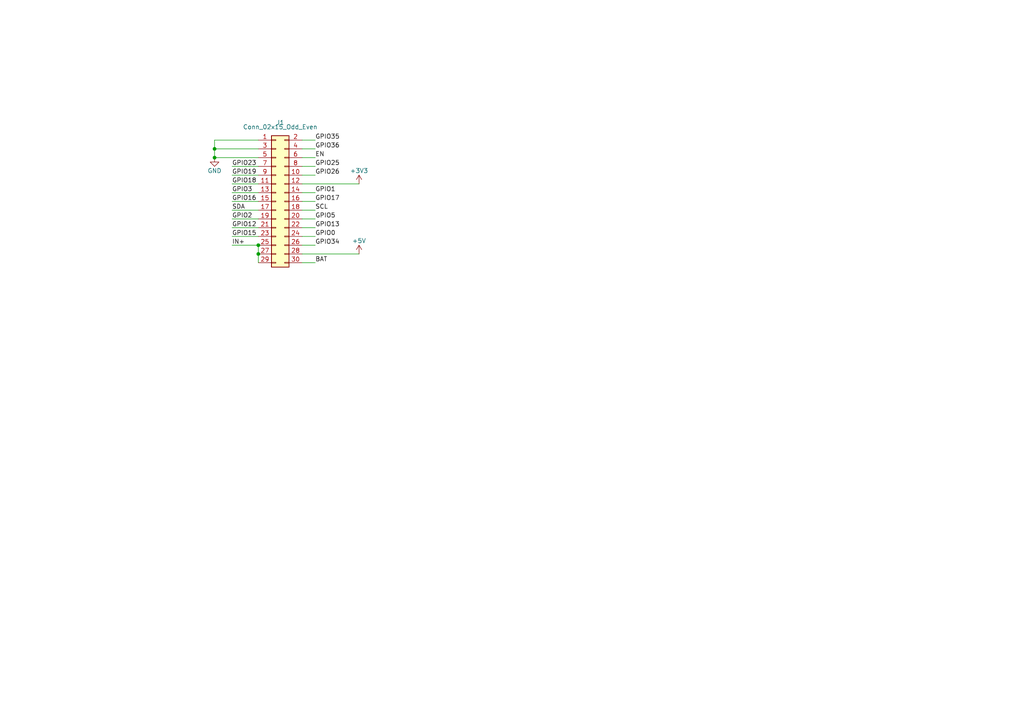
<source format=kicad_sch>
(kicad_sch (version 20220104) (generator eeschema)

  (uuid e63e39d7-6ac0-4ffd-8aa3-1841a4541b55)

  (paper "A4")

  (lib_symbols
    (symbol "Connector_Generic:Conn_02x15_Odd_Even" (pin_names (offset 1.016) hide) (in_bom yes) (on_board yes)
      (property "Reference" "J" (id 0) (at 1.27 20.32 0)
        (effects (font (size 1.27 1.27)))
      )
      (property "Value" "Conn_02x15_Odd_Even" (id 1) (at 1.27 -20.32 0)
        (effects (font (size 1.27 1.27)))
      )
      (property "Footprint" "" (id 2) (at 0 0 0)
        (effects (font (size 1.27 1.27)) hide)
      )
      (property "Datasheet" "~" (id 3) (at 0 0 0)
        (effects (font (size 1.27 1.27)) hide)
      )
      (property "ki_keywords" "connector" (id 4) (at 0 0 0)
        (effects (font (size 1.27 1.27)) hide)
      )
      (property "ki_description" "Generic connector, double row, 02x15, odd/even pin numbering scheme (row 1 odd numbers, row 2 even numbers), script generated (kicad-library-utils/schlib/autogen/connector/)" (id 5) (at 0 0 0)
        (effects (font (size 1.27 1.27)) hide)
      )
      (property "ki_fp_filters" "Connector*:*_2x??_*" (id 6) (at 0 0 0)
        (effects (font (size 1.27 1.27)) hide)
      )
      (symbol "Conn_02x15_Odd_Even_1_1"
        (rectangle (start -1.27 -17.653) (end 0 -17.907)
          (stroke (width 0.1524) (type default))
          (fill (type none))
        )
        (rectangle (start -1.27 -15.113) (end 0 -15.367)
          (stroke (width 0.1524) (type default))
          (fill (type none))
        )
        (rectangle (start -1.27 -12.573) (end 0 -12.827)
          (stroke (width 0.1524) (type default))
          (fill (type none))
        )
        (rectangle (start -1.27 -10.033) (end 0 -10.287)
          (stroke (width 0.1524) (type default))
          (fill (type none))
        )
        (rectangle (start -1.27 -7.493) (end 0 -7.747)
          (stroke (width 0.1524) (type default))
          (fill (type none))
        )
        (rectangle (start -1.27 -4.953) (end 0 -5.207)
          (stroke (width 0.1524) (type default))
          (fill (type none))
        )
        (rectangle (start -1.27 -2.413) (end 0 -2.667)
          (stroke (width 0.1524) (type default))
          (fill (type none))
        )
        (rectangle (start -1.27 0.127) (end 0 -0.127)
          (stroke (width 0.1524) (type default))
          (fill (type none))
        )
        (rectangle (start -1.27 2.667) (end 0 2.413)
          (stroke (width 0.1524) (type default))
          (fill (type none))
        )
        (rectangle (start -1.27 5.207) (end 0 4.953)
          (stroke (width 0.1524) (type default))
          (fill (type none))
        )
        (rectangle (start -1.27 7.747) (end 0 7.493)
          (stroke (width 0.1524) (type default))
          (fill (type none))
        )
        (rectangle (start -1.27 10.287) (end 0 10.033)
          (stroke (width 0.1524) (type default))
          (fill (type none))
        )
        (rectangle (start -1.27 12.827) (end 0 12.573)
          (stroke (width 0.1524) (type default))
          (fill (type none))
        )
        (rectangle (start -1.27 15.367) (end 0 15.113)
          (stroke (width 0.1524) (type default))
          (fill (type none))
        )
        (rectangle (start -1.27 17.907) (end 0 17.653)
          (stroke (width 0.1524) (type default))
          (fill (type none))
        )
        (rectangle (start -1.27 19.05) (end 3.81 -19.05)
          (stroke (width 0.254) (type default))
          (fill (type background))
        )
        (rectangle (start 3.81 -17.653) (end 2.54 -17.907)
          (stroke (width 0.1524) (type default))
          (fill (type none))
        )
        (rectangle (start 3.81 -15.113) (end 2.54 -15.367)
          (stroke (width 0.1524) (type default))
          (fill (type none))
        )
        (rectangle (start 3.81 -12.573) (end 2.54 -12.827)
          (stroke (width 0.1524) (type default))
          (fill (type none))
        )
        (rectangle (start 3.81 -10.033) (end 2.54 -10.287)
          (stroke (width 0.1524) (type default))
          (fill (type none))
        )
        (rectangle (start 3.81 -7.493) (end 2.54 -7.747)
          (stroke (width 0.1524) (type default))
          (fill (type none))
        )
        (rectangle (start 3.81 -4.953) (end 2.54 -5.207)
          (stroke (width 0.1524) (type default))
          (fill (type none))
        )
        (rectangle (start 3.81 -2.413) (end 2.54 -2.667)
          (stroke (width 0.1524) (type default))
          (fill (type none))
        )
        (rectangle (start 3.81 0.127) (end 2.54 -0.127)
          (stroke (width 0.1524) (type default))
          (fill (type none))
        )
        (rectangle (start 3.81 2.667) (end 2.54 2.413)
          (stroke (width 0.1524) (type default))
          (fill (type none))
        )
        (rectangle (start 3.81 5.207) (end 2.54 4.953)
          (stroke (width 0.1524) (type default))
          (fill (type none))
        )
        (rectangle (start 3.81 7.747) (end 2.54 7.493)
          (stroke (width 0.1524) (type default))
          (fill (type none))
        )
        (rectangle (start 3.81 10.287) (end 2.54 10.033)
          (stroke (width 0.1524) (type default))
          (fill (type none))
        )
        (rectangle (start 3.81 12.827) (end 2.54 12.573)
          (stroke (width 0.1524) (type default))
          (fill (type none))
        )
        (rectangle (start 3.81 15.367) (end 2.54 15.113)
          (stroke (width 0.1524) (type default))
          (fill (type none))
        )
        (rectangle (start 3.81 17.907) (end 2.54 17.653)
          (stroke (width 0.1524) (type default))
          (fill (type none))
        )
        (pin passive line (at -5.08 17.78 0) (length 3.81)
          (name "Pin_1" (effects (font (size 1.27 1.27))))
          (number "1" (effects (font (size 1.27 1.27))))
        )
        (pin passive line (at 7.62 7.62 180) (length 3.81)
          (name "Pin_10" (effects (font (size 1.27 1.27))))
          (number "10" (effects (font (size 1.27 1.27))))
        )
        (pin passive line (at -5.08 5.08 0) (length 3.81)
          (name "Pin_11" (effects (font (size 1.27 1.27))))
          (number "11" (effects (font (size 1.27 1.27))))
        )
        (pin passive line (at 7.62 5.08 180) (length 3.81)
          (name "Pin_12" (effects (font (size 1.27 1.27))))
          (number "12" (effects (font (size 1.27 1.27))))
        )
        (pin passive line (at -5.08 2.54 0) (length 3.81)
          (name "Pin_13" (effects (font (size 1.27 1.27))))
          (number "13" (effects (font (size 1.27 1.27))))
        )
        (pin passive line (at 7.62 2.54 180) (length 3.81)
          (name "Pin_14" (effects (font (size 1.27 1.27))))
          (number "14" (effects (font (size 1.27 1.27))))
        )
        (pin passive line (at -5.08 0 0) (length 3.81)
          (name "Pin_15" (effects (font (size 1.27 1.27))))
          (number "15" (effects (font (size 1.27 1.27))))
        )
        (pin passive line (at 7.62 0 180) (length 3.81)
          (name "Pin_16" (effects (font (size 1.27 1.27))))
          (number "16" (effects (font (size 1.27 1.27))))
        )
        (pin passive line (at -5.08 -2.54 0) (length 3.81)
          (name "Pin_17" (effects (font (size 1.27 1.27))))
          (number "17" (effects (font (size 1.27 1.27))))
        )
        (pin passive line (at 7.62 -2.54 180) (length 3.81)
          (name "Pin_18" (effects (font (size 1.27 1.27))))
          (number "18" (effects (font (size 1.27 1.27))))
        )
        (pin passive line (at -5.08 -5.08 0) (length 3.81)
          (name "Pin_19" (effects (font (size 1.27 1.27))))
          (number "19" (effects (font (size 1.27 1.27))))
        )
        (pin passive line (at 7.62 17.78 180) (length 3.81)
          (name "Pin_2" (effects (font (size 1.27 1.27))))
          (number "2" (effects (font (size 1.27 1.27))))
        )
        (pin passive line (at 7.62 -5.08 180) (length 3.81)
          (name "Pin_20" (effects (font (size 1.27 1.27))))
          (number "20" (effects (font (size 1.27 1.27))))
        )
        (pin passive line (at -5.08 -7.62 0) (length 3.81)
          (name "Pin_21" (effects (font (size 1.27 1.27))))
          (number "21" (effects (font (size 1.27 1.27))))
        )
        (pin passive line (at 7.62 -7.62 180) (length 3.81)
          (name "Pin_22" (effects (font (size 1.27 1.27))))
          (number "22" (effects (font (size 1.27 1.27))))
        )
        (pin passive line (at -5.08 -10.16 0) (length 3.81)
          (name "Pin_23" (effects (font (size 1.27 1.27))))
          (number "23" (effects (font (size 1.27 1.27))))
        )
        (pin passive line (at 7.62 -10.16 180) (length 3.81)
          (name "Pin_24" (effects (font (size 1.27 1.27))))
          (number "24" (effects (font (size 1.27 1.27))))
        )
        (pin passive line (at -5.08 -12.7 0) (length 3.81)
          (name "Pin_25" (effects (font (size 1.27 1.27))))
          (number "25" (effects (font (size 1.27 1.27))))
        )
        (pin passive line (at 7.62 -12.7 180) (length 3.81)
          (name "Pin_26" (effects (font (size 1.27 1.27))))
          (number "26" (effects (font (size 1.27 1.27))))
        )
        (pin passive line (at -5.08 -15.24 0) (length 3.81)
          (name "Pin_27" (effects (font (size 1.27 1.27))))
          (number "27" (effects (font (size 1.27 1.27))))
        )
        (pin passive line (at 7.62 -15.24 180) (length 3.81)
          (name "Pin_28" (effects (font (size 1.27 1.27))))
          (number "28" (effects (font (size 1.27 1.27))))
        )
        (pin passive line (at -5.08 -17.78 0) (length 3.81)
          (name "Pin_29" (effects (font (size 1.27 1.27))))
          (number "29" (effects (font (size 1.27 1.27))))
        )
        (pin passive line (at -5.08 15.24 0) (length 3.81)
          (name "Pin_3" (effects (font (size 1.27 1.27))))
          (number "3" (effects (font (size 1.27 1.27))))
        )
        (pin passive line (at 7.62 -17.78 180) (length 3.81)
          (name "Pin_30" (effects (font (size 1.27 1.27))))
          (number "30" (effects (font (size 1.27 1.27))))
        )
        (pin passive line (at 7.62 15.24 180) (length 3.81)
          (name "Pin_4" (effects (font (size 1.27 1.27))))
          (number "4" (effects (font (size 1.27 1.27))))
        )
        (pin passive line (at -5.08 12.7 0) (length 3.81)
          (name "Pin_5" (effects (font (size 1.27 1.27))))
          (number "5" (effects (font (size 1.27 1.27))))
        )
        (pin passive line (at 7.62 12.7 180) (length 3.81)
          (name "Pin_6" (effects (font (size 1.27 1.27))))
          (number "6" (effects (font (size 1.27 1.27))))
        )
        (pin passive line (at -5.08 10.16 0) (length 3.81)
          (name "Pin_7" (effects (font (size 1.27 1.27))))
          (number "7" (effects (font (size 1.27 1.27))))
        )
        (pin passive line (at 7.62 10.16 180) (length 3.81)
          (name "Pin_8" (effects (font (size 1.27 1.27))))
          (number "8" (effects (font (size 1.27 1.27))))
        )
        (pin passive line (at -5.08 7.62 0) (length 3.81)
          (name "Pin_9" (effects (font (size 1.27 1.27))))
          (number "9" (effects (font (size 1.27 1.27))))
        )
      )
    )
    (symbol "power:+3.3V" (power) (pin_names (offset 0)) (in_bom yes) (on_board yes)
      (property "Reference" "#PWR" (id 0) (at 0 -3.81 0)
        (effects (font (size 1.27 1.27)) hide)
      )
      (property "Value" "+3.3V" (id 1) (at 0 3.556 0)
        (effects (font (size 1.27 1.27)))
      )
      (property "Footprint" "" (id 2) (at 0 0 0)
        (effects (font (size 1.27 1.27)) hide)
      )
      (property "Datasheet" "" (id 3) (at 0 0 0)
        (effects (font (size 1.27 1.27)) hide)
      )
      (property "ki_keywords" "power-flag" (id 4) (at 0 0 0)
        (effects (font (size 1.27 1.27)) hide)
      )
      (property "ki_description" "Power symbol creates a global label with name \"+3.3V\"" (id 5) (at 0 0 0)
        (effects (font (size 1.27 1.27)) hide)
      )
      (symbol "+3.3V_0_1"
        (polyline
          (pts
            (xy -0.762 1.27)
            (xy 0 2.54)
          )
          (stroke (width 0) (type default))
          (fill (type none))
        )
        (polyline
          (pts
            (xy 0 0)
            (xy 0 2.54)
          )
          (stroke (width 0) (type default))
          (fill (type none))
        )
        (polyline
          (pts
            (xy 0 2.54)
            (xy 0.762 1.27)
          )
          (stroke (width 0) (type default))
          (fill (type none))
        )
      )
      (symbol "+3.3V_1_1"
        (pin power_in line (at 0 0 90) (length 0) hide
          (name "+3V3" (effects (font (size 1.27 1.27))))
          (number "1" (effects (font (size 1.27 1.27))))
        )
      )
    )
    (symbol "power:+5V" (power) (pin_names (offset 0)) (in_bom yes) (on_board yes)
      (property "Reference" "#PWR" (id 0) (at 0 -3.81 0)
        (effects (font (size 1.27 1.27)) hide)
      )
      (property "Value" "+5V" (id 1) (at 0 3.556 0)
        (effects (font (size 1.27 1.27)))
      )
      (property "Footprint" "" (id 2) (at 0 0 0)
        (effects (font (size 1.27 1.27)) hide)
      )
      (property "Datasheet" "" (id 3) (at 0 0 0)
        (effects (font (size 1.27 1.27)) hide)
      )
      (property "ki_keywords" "power-flag" (id 4) (at 0 0 0)
        (effects (font (size 1.27 1.27)) hide)
      )
      (property "ki_description" "Power symbol creates a global label with name \"+5V\"" (id 5) (at 0 0 0)
        (effects (font (size 1.27 1.27)) hide)
      )
      (symbol "+5V_0_1"
        (polyline
          (pts
            (xy -0.762 1.27)
            (xy 0 2.54)
          )
          (stroke (width 0) (type default))
          (fill (type none))
        )
        (polyline
          (pts
            (xy 0 0)
            (xy 0 2.54)
          )
          (stroke (width 0) (type default))
          (fill (type none))
        )
        (polyline
          (pts
            (xy 0 2.54)
            (xy 0.762 1.27)
          )
          (stroke (width 0) (type default))
          (fill (type none))
        )
      )
      (symbol "+5V_1_1"
        (pin power_in line (at 0 0 90) (length 0) hide
          (name "+5V" (effects (font (size 1.27 1.27))))
          (number "1" (effects (font (size 1.27 1.27))))
        )
      )
    )
    (symbol "power:GND" (power) (pin_names (offset 0)) (in_bom yes) (on_board yes)
      (property "Reference" "#PWR" (id 0) (at 0 -6.35 0)
        (effects (font (size 1.27 1.27)) hide)
      )
      (property "Value" "GND" (id 1) (at 0 -3.81 0)
        (effects (font (size 1.27 1.27)))
      )
      (property "Footprint" "" (id 2) (at 0 0 0)
        (effects (font (size 1.27 1.27)) hide)
      )
      (property "Datasheet" "" (id 3) (at 0 0 0)
        (effects (font (size 1.27 1.27)) hide)
      )
      (property "ki_keywords" "power-flag" (id 4) (at 0 0 0)
        (effects (font (size 1.27 1.27)) hide)
      )
      (property "ki_description" "Power symbol creates a global label with name \"GND\" , ground" (id 5) (at 0 0 0)
        (effects (font (size 1.27 1.27)) hide)
      )
      (symbol "GND_0_1"
        (polyline
          (pts
            (xy 0 0)
            (xy 0 -1.27)
            (xy 1.27 -1.27)
            (xy 0 -2.54)
            (xy -1.27 -1.27)
            (xy 0 -1.27)
          )
          (stroke (width 0) (type default))
          (fill (type none))
        )
      )
      (symbol "GND_1_1"
        (pin power_in line (at 0 0 270) (length 0) hide
          (name "GND" (effects (font (size 1.27 1.27))))
          (number "1" (effects (font (size 1.27 1.27))))
        )
      )
    )
  )

  (junction (at 62.23 43.18) (diameter 0) (color 0 0 0 0)
    (uuid 9b840cbe-77e4-4b78-ac46-fdc7d5ef8902)
  )
  (junction (at 74.93 73.66) (diameter 0) (color 0 0 0 0)
    (uuid c12b9fcd-80eb-4449-ad1a-0d8b2775b4e3)
  )
  (junction (at 74.93 71.12) (diameter 0) (color 0 0 0 0)
    (uuid de09b333-3da2-4efe-aa34-d1d134ca22f6)
  )
  (junction (at 62.23 45.72) (diameter 0) (color 0 0 0 0)
    (uuid f66a9373-d8f8-4f78-8139-6ac9f3f78762)
  )

  (wire (pts (xy 87.63 68.58) (xy 91.44 68.58))
    (stroke (width 0) (type default))
    (uuid 11dba609-b104-47e9-8d9d-bde5dd1f0468)
  )
  (wire (pts (xy 87.63 55.88) (xy 91.44 55.88))
    (stroke (width 0) (type default))
    (uuid 180fa318-31ee-4a77-af0a-4ce31f328e0a)
  )
  (wire (pts (xy 87.63 40.64) (xy 91.44 40.64))
    (stroke (width 0) (type default))
    (uuid 3606ed45-f53e-44f4-8da5-d475f1b54eff)
  )
  (wire (pts (xy 62.23 40.64) (xy 62.23 43.18))
    (stroke (width 0) (type default))
    (uuid 375e793b-0d69-403b-ae3c-3d5caaf1f7a0)
  )
  (wire (pts (xy 87.63 45.72) (xy 91.44 45.72))
    (stroke (width 0) (type default))
    (uuid 3ba1c0d2-efdf-4bd3-9c96-98d94bdd18d0)
  )
  (wire (pts (xy 87.63 76.2) (xy 91.44 76.2))
    (stroke (width 0) (type default))
    (uuid 5558991a-c656-417b-9f97-cb9c920294e6)
  )
  (wire (pts (xy 74.93 40.64) (xy 62.23 40.64))
    (stroke (width 0) (type default))
    (uuid 7bc3289d-4fc2-4507-9e9f-c73a1995ec06)
  )
  (wire (pts (xy 74.93 71.12) (xy 74.93 73.66))
    (stroke (width 0) (type default))
    (uuid 9056521e-b244-469a-ba8b-9e1553523fc6)
  )
  (wire (pts (xy 67.31 58.42) (xy 74.93 58.42))
    (stroke (width 0) (type default))
    (uuid 928ff6bd-3fd5-41bd-82b4-dd5070435e48)
  )
  (wire (pts (xy 67.31 53.34) (xy 74.93 53.34))
    (stroke (width 0) (type default))
    (uuid 94303b63-1153-4f71-8085-46f30d459f0c)
  )
  (wire (pts (xy 67.31 50.8) (xy 74.93 50.8))
    (stroke (width 0) (type default))
    (uuid 97bd080d-5bde-4311-96b2-a713cb7e5919)
  )
  (wire (pts (xy 87.63 43.18) (xy 91.44 43.18))
    (stroke (width 0) (type default))
    (uuid 98bb2f00-b281-402f-93e7-d615225feb76)
  )
  (wire (pts (xy 67.31 66.04) (xy 74.93 66.04))
    (stroke (width 0) (type default))
    (uuid 9ac048e4-67d3-4a32-a67d-6949413db467)
  )
  (wire (pts (xy 62.23 43.18) (xy 62.23 45.72))
    (stroke (width 0) (type default))
    (uuid 9dd8aa12-3040-4caf-ac96-9f7ee1d73f5e)
  )
  (wire (pts (xy 67.31 63.5) (xy 74.93 63.5))
    (stroke (width 0) (type default))
    (uuid a52afcd7-0aba-4017-9b76-b29e1e464915)
  )
  (wire (pts (xy 67.31 55.88) (xy 74.93 55.88))
    (stroke (width 0) (type default))
    (uuid a6b0c3e4-0579-450a-9127-c31fb00c6692)
  )
  (wire (pts (xy 67.31 48.26) (xy 74.93 48.26))
    (stroke (width 0) (type default))
    (uuid a7a321b5-14e8-4789-a6c9-e6e02449890a)
  )
  (wire (pts (xy 87.63 60.96) (xy 91.44 60.96))
    (stroke (width 0) (type default))
    (uuid ae235c6e-9a67-4f4d-98f7-08b5a1cd3d30)
  )
  (wire (pts (xy 87.63 73.66) (xy 104.14 73.66))
    (stroke (width 0) (type default))
    (uuid bb8d2365-964c-4b36-a74e-504290a98abf)
  )
  (wire (pts (xy 67.31 68.58) (xy 74.93 68.58))
    (stroke (width 0) (type default))
    (uuid c45c2736-99f2-4073-9090-fa10dc2b7bee)
  )
  (wire (pts (xy 87.63 48.26) (xy 91.44 48.26))
    (stroke (width 0) (type default))
    (uuid cdbd67e1-d2a1-482f-900e-8a5e9c59dd63)
  )
  (wire (pts (xy 62.23 45.72) (xy 74.93 45.72))
    (stroke (width 0) (type default))
    (uuid d0bfe201-daa4-4d35-9ccd-fa6a79ba80ae)
  )
  (wire (pts (xy 87.63 58.42) (xy 91.44 58.42))
    (stroke (width 0) (type default))
    (uuid d237b04b-80a2-4654-ba41-e47cfae37f65)
  )
  (wire (pts (xy 67.31 60.96) (xy 74.93 60.96))
    (stroke (width 0) (type default))
    (uuid d7714ccc-d46a-4e7d-af88-2689684363b7)
  )
  (wire (pts (xy 74.93 73.66) (xy 74.93 76.2))
    (stroke (width 0) (type default))
    (uuid e50965bb-ebb6-4b1a-9dbc-1eee6e18bc57)
  )
  (wire (pts (xy 87.63 71.12) (xy 91.44 71.12))
    (stroke (width 0) (type default))
    (uuid e6aeae6c-cb32-4163-afe2-60a206f080f2)
  )
  (wire (pts (xy 67.31 71.12) (xy 74.93 71.12))
    (stroke (width 0) (type default))
    (uuid e93c500c-967e-4b23-992a-b158b95f6216)
  )
  (wire (pts (xy 74.93 43.18) (xy 62.23 43.18))
    (stroke (width 0) (type default))
    (uuid ecd16108-8b3f-41d5-84a7-3004852b8345)
  )
  (wire (pts (xy 87.63 53.34) (xy 104.14 53.34))
    (stroke (width 0) (type default))
    (uuid f4f98839-c09f-4d6d-aa1a-ab84f22ed1df)
  )
  (wire (pts (xy 87.63 63.5) (xy 91.44 63.5))
    (stroke (width 0) (type default))
    (uuid f5efbe1a-dcff-4ce9-b850-5899d84fdb9d)
  )
  (wire (pts (xy 87.63 50.8) (xy 91.44 50.8))
    (stroke (width 0) (type default))
    (uuid f771dd24-47a1-4ef3-8838-e4ba72cc5b05)
  )
  (wire (pts (xy 87.63 66.04) (xy 91.44 66.04))
    (stroke (width 0) (type default))
    (uuid ff047615-9f55-4cda-9fd3-5e3c49d6bdd2)
  )

  (label "GPIO17" (at 91.44 58.42 0) (fields_autoplaced)
    (effects (font (size 1.27 1.27)) (justify left bottom))
    (uuid 027eff81-1cf6-4017-8734-a0fbeaee1110)
  )
  (label "GPIO13" (at 91.44 66.04 0) (fields_autoplaced)
    (effects (font (size 1.27 1.27)) (justify left bottom))
    (uuid 067edc6a-935e-493d-b373-81989ec30399)
  )
  (label "BAT" (at 91.44 76.2 0) (fields_autoplaced)
    (effects (font (size 1.27 1.27)) (justify left bottom))
    (uuid 1dea9f61-5366-468c-a4ab-aefb09b3e5c3)
  )
  (label "GPIO5" (at 91.44 63.5 0) (fields_autoplaced)
    (effects (font (size 1.27 1.27)) (justify left bottom))
    (uuid 20a8d100-ffee-4d58-abd3-9d1f0ab21380)
  )
  (label "SCL" (at 91.44 60.96 0) (fields_autoplaced)
    (effects (font (size 1.27 1.27)) (justify left bottom))
    (uuid 220844db-d3a6-4d0f-9425-90a9f2559def)
  )
  (label "GPIO1" (at 91.44 55.88 0) (fields_autoplaced)
    (effects (font (size 1.27 1.27)) (justify left bottom))
    (uuid 276d8aed-23b0-4d2e-81ff-fc2aec49b67b)
  )
  (label "IN+" (at 67.31 71.12 0) (fields_autoplaced)
    (effects (font (size 1.27 1.27)) (justify left bottom))
    (uuid 35db8d54-eaa9-4183-b556-a8cb68d057d1)
  )
  (label "GPIO3" (at 67.31 55.88 0) (fields_autoplaced)
    (effects (font (size 1.27 1.27)) (justify left bottom))
    (uuid 572d932e-86f1-45d9-9653-0da910b49b35)
  )
  (label "GPIO26" (at 91.44 50.8 0) (fields_autoplaced)
    (effects (font (size 1.27 1.27)) (justify left bottom))
    (uuid 5b8ef752-a54b-444a-bb91-e68e16959d27)
  )
  (label "GPIO0" (at 91.44 68.58 0) (fields_autoplaced)
    (effects (font (size 1.27 1.27)) (justify left bottom))
    (uuid 82e2e435-47c9-4d0a-8cbd-c9cf3b735cca)
  )
  (label "GPIO12" (at 67.31 66.04 0) (fields_autoplaced)
    (effects (font (size 1.27 1.27)) (justify left bottom))
    (uuid 82f7f040-9a16-4fb8-92a6-01e3934fa136)
  )
  (label "GPIO15" (at 67.31 68.58 0) (fields_autoplaced)
    (effects (font (size 1.27 1.27)) (justify left bottom))
    (uuid a27f489c-0e6a-4b0c-892a-a8d4adbb8b9e)
  )
  (label "GPIO36" (at 91.44 43.18 0) (fields_autoplaced)
    (effects (font (size 1.27 1.27)) (justify left bottom))
    (uuid a3fc79d6-0094-4a47-966b-3e6a77ee0d68)
  )
  (label "SDA" (at 67.31 60.96 0) (fields_autoplaced)
    (effects (font (size 1.27 1.27)) (justify left bottom))
    (uuid ac2046b0-0a18-4264-952d-fb4334918e8c)
  )
  (label "GPIO19" (at 67.31 50.8 0) (fields_autoplaced)
    (effects (font (size 1.27 1.27)) (justify left bottom))
    (uuid b20f193b-2281-4b8a-a8f2-afd110c0816a)
  )
  (label "GPIO2" (at 67.31 63.5 0) (fields_autoplaced)
    (effects (font (size 1.27 1.27)) (justify left bottom))
    (uuid cd8c3690-6213-4c10-84a3-a0a328c28211)
  )
  (label "GPIO35" (at 91.44 40.64 0) (fields_autoplaced)
    (effects (font (size 1.27 1.27)) (justify left bottom))
    (uuid cf1186a2-06a6-4425-95c5-9fbc97d9c03b)
  )
  (label "GPIO23" (at 67.31 48.26 0) (fields_autoplaced)
    (effects (font (size 1.27 1.27)) (justify left bottom))
    (uuid d2a63e12-12b5-48f5-b593-54d82c51e1b2)
  )
  (label "GPIO18" (at 67.31 53.34 0) (fields_autoplaced)
    (effects (font (size 1.27 1.27)) (justify left bottom))
    (uuid d9fe5f8c-0400-40ea-8300-c9358a2e125e)
  )
  (label "GPIO25" (at 91.44 48.26 0) (fields_autoplaced)
    (effects (font (size 1.27 1.27)) (justify left bottom))
    (uuid dcc31423-087b-47db-9acb-ace3cc93be20)
  )
  (label "EN" (at 91.44 45.72 0) (fields_autoplaced)
    (effects (font (size 1.27 1.27)) (justify left bottom))
    (uuid df96cf9b-8aa7-4c73-99e0-a07b94490858)
  )
  (label "GPIO16" (at 67.31 58.42 0) (fields_autoplaced)
    (effects (font (size 1.27 1.27)) (justify left bottom))
    (uuid e0aaccdb-4489-45a3-8c40-99823221c3ac)
  )
  (label "GPIO34" (at 91.44 71.12 0) (fields_autoplaced)
    (effects (font (size 1.27 1.27)) (justify left bottom))
    (uuid e9ff555f-147f-4fdb-af6e-4359e64fb706)
  )

  (symbol (lib_id "Connector_Generic:Conn_02x15_Odd_Even") (at 80.01 58.42 0) (unit 1)
    (in_bom yes) (on_board yes) (fields_autoplaced)
    (uuid 39bba2de-58c8-476c-98e2-bfd08f6032b9)
    (property "Reference" "J1" (id 0) (at 81.28 35.56 0)
      (effects (font (size 1.27 1.27)))
    )
    (property "Value" "Conn_02x15_Odd_Even" (id 1) (at 81.28 36.83 0)
      (effects (font (size 1.27 1.27)))
    )
    (property "Footprint" "Connector_PinHeader_2.54mm:PinHeader_2x15_P2.54mm_Vertical" (id 2) (at 80.01 58.42 0)
      (effects (font (size 1.27 1.27)) hide)
    )
    (property "Datasheet" "~" (id 3) (at 80.01 58.42 0)
      (effects (font (size 1.27 1.27)) hide)
    )
    (pin "1" (uuid 495b9f3e-72d4-4443-8d1b-2b95612acb36))
    (pin "10" (uuid a498800d-c7f2-4a17-96da-2f9a8f6ad361))
    (pin "11" (uuid e8863b0a-bdcc-4c2a-b3e9-c6dcfc091d1e))
    (pin "12" (uuid 4c0cd657-4a0d-4409-9555-bb1ce90e34ed))
    (pin "13" (uuid f1cdea97-084c-4836-89b5-4ca1fb43c3fe))
    (pin "14" (uuid 278c08c8-62b2-42d5-ba30-8cbcfc259807))
    (pin "15" (uuid 511ca6ca-1c86-41e8-b3f2-11a64d5df8db))
    (pin "16" (uuid d1d272e9-a112-40e9-8ccd-279b04adb456))
    (pin "17" (uuid d2b287bc-2f46-4c35-bfa6-97b6a4a32736))
    (pin "18" (uuid 3900a3b0-431b-4976-9497-7ceb8bad1232))
    (pin "19" (uuid 802934f8-7c36-4345-a27f-3454fedf92f5))
    (pin "2" (uuid 19d84518-aa56-4a89-beed-78ce8456d9cf))
    (pin "20" (uuid 2eb5c7ae-ece1-4fed-b4e9-592cfba8365c))
    (pin "21" (uuid d877237b-ec99-4b5c-877c-78f09f24b4c8))
    (pin "22" (uuid b6b55823-dd6f-4789-a515-dfa8818d1837))
    (pin "23" (uuid 7e8eac31-6145-4cd6-8741-61a068767f13))
    (pin "24" (uuid 4e7ee89e-e3bd-4c59-a6e1-e370f451c381))
    (pin "25" (uuid b2c5b0a8-32de-45f7-9091-78722b095b5b))
    (pin "26" (uuid f2be02da-9018-4a96-8543-13b5296b0ced))
    (pin "27" (uuid 4032b56d-a53a-4bb5-ac3b-c59eec722e3e))
    (pin "28" (uuid fc2d25a4-7345-4c18-bb97-43e3a9203355))
    (pin "29" (uuid cbdc5cfe-d71b-4757-8e65-75ba99306a9d))
    (pin "3" (uuid f8997d81-479e-4edf-9f9c-860c85e4f531))
    (pin "30" (uuid 7437b41b-d18a-408f-a04e-b9dbafcc6f80))
    (pin "4" (uuid 6a567bea-b4ae-4ae0-8fe6-f1ab689e091c))
    (pin "5" (uuid d69f5b76-89bb-4a28-a3a3-1df6ed8fd235))
    (pin "6" (uuid d1747514-84b8-48bd-8139-cb62e6af9645))
    (pin "7" (uuid dc293504-8b38-48c4-933a-87973ac3dddb))
    (pin "8" (uuid 46ef7791-0c18-4f00-822c-2403dcd88336))
    (pin "9" (uuid 0f7bfd96-768d-43a9-8026-375cd6547c7f))
  )

  (symbol (lib_id "power:GND") (at 62.23 45.72 0) (unit 1)
    (in_bom yes) (on_board yes) (fields_autoplaced)
    (uuid 6136ad65-ee71-4c73-8837-6b6089860a08)
    (property "Reference" "#PWR0101" (id 0) (at 62.23 52.07 0)
      (effects (font (size 1.27 1.27)) hide)
    )
    (property "Value" "GND" (id 1) (at 62.23 49.53 0)
      (effects (font (size 1.27 1.27)))
    )
    (property "Footprint" "" (id 2) (at 62.23 45.72 0)
      (effects (font (size 1.27 1.27)) hide)
    )
    (property "Datasheet" "" (id 3) (at 62.23 45.72 0)
      (effects (font (size 1.27 1.27)) hide)
    )
    (pin "1" (uuid 3ab67a0e-1cf2-4b96-93e9-9f66a9825950))
  )

  (symbol (lib_id "power:+3.3V") (at 104.14 53.34 0) (unit 1)
    (in_bom yes) (on_board yes) (fields_autoplaced)
    (uuid a8388897-7737-4925-b3c2-1c16ad936691)
    (property "Reference" "#PWR0103" (id 0) (at 104.14 57.15 0)
      (effects (font (size 1.27 1.27)) hide)
    )
    (property "Value" "+3.3V" (id 1) (at 104.14 49.53 0)
      (effects (font (size 1.27 1.27)))
    )
    (property "Footprint" "" (id 2) (at 104.14 53.34 0)
      (effects (font (size 1.27 1.27)) hide)
    )
    (property "Datasheet" "" (id 3) (at 104.14 53.34 0)
      (effects (font (size 1.27 1.27)) hide)
    )
    (pin "1" (uuid 77b79ea0-339d-4f61-a577-3271d58ae481))
  )

  (symbol (lib_id "power:+5V") (at 104.14 73.66 0) (unit 1)
    (in_bom yes) (on_board yes) (fields_autoplaced)
    (uuid b8c80442-6814-413d-804e-4760d258f41c)
    (property "Reference" "#PWR0102" (id 0) (at 104.14 77.47 0)
      (effects (font (size 1.27 1.27)) hide)
    )
    (property "Value" "+5V" (id 1) (at 104.14 69.85 0)
      (effects (font (size 1.27 1.27)))
    )
    (property "Footprint" "" (id 2) (at 104.14 73.66 0)
      (effects (font (size 1.27 1.27)) hide)
    )
    (property "Datasheet" "" (id 3) (at 104.14 73.66 0)
      (effects (font (size 1.27 1.27)) hide)
    )
    (pin "1" (uuid 49ee0472-478c-4fd5-8d95-acff2d301797))
  )

  (sheet_instances
    (path "/" (page "1"))
  )

  (symbol_instances
    (path "/6136ad65-ee71-4c73-8837-6b6089860a08"
      (reference "#PWR0101") (unit 1) (value "GND") (footprint "")
    )
    (path "/b8c80442-6814-413d-804e-4760d258f41c"
      (reference "#PWR0102") (unit 1) (value "+5V") (footprint "")
    )
    (path "/a8388897-7737-4925-b3c2-1c16ad936691"
      (reference "#PWR0103") (unit 1) (value "+3.3V") (footprint "")
    )
    (path "/39bba2de-58c8-476c-98e2-bfd08f6032b9"
      (reference "J1") (unit 1) (value "Conn_02x15_Odd_Even") (footprint "Connector_PinHeader_2.54mm:PinHeader_2x15_P2.54mm_Vertical")
    )
  )
)

</source>
